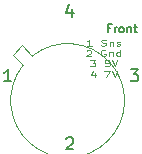
<source format=gto>
G04 #@! TF.GenerationSoftware,KiCad,Pcbnew,5.0.2+dfsg1-1~bpo9+1*
G04 #@! TF.CreationDate,2019-08-23T02:39:36-04:00*
G04 #@! TF.ProjectId,gassensorholder,67617373-656e-4736-9f72-686f6c646572,rev?*
G04 #@! TF.SameCoordinates,Original*
G04 #@! TF.FileFunction,Legend,Top*
G04 #@! TF.FilePolarity,Positive*
%FSLAX46Y46*%
G04 Gerber Fmt 4.6, Leading zero omitted, Abs format (unit mm)*
G04 Created by KiCad (PCBNEW 5.0.2+dfsg1-1~bpo9+1) date Fri 23 Aug 2019 02:39:36 AM EDT*
%MOMM*%
%LPD*%
G01*
G04 APERTURE LIST*
%ADD10C,0.125000*%
%ADD11C,0.152400*%
%ADD12C,0.120000*%
G04 APERTURE END LIST*
D10*
X117872000Y-63429690D02*
X117472000Y-63429690D01*
X117672000Y-63429690D02*
X117672000Y-62929690D01*
X117605333Y-63001119D01*
X117538666Y-63048738D01*
X117472000Y-63072547D01*
X118672000Y-63405880D02*
X118772000Y-63429690D01*
X118938666Y-63429690D01*
X119005333Y-63405880D01*
X119038666Y-63382071D01*
X119072000Y-63334452D01*
X119072000Y-63286833D01*
X119038666Y-63239214D01*
X119005333Y-63215404D01*
X118938666Y-63191595D01*
X118805333Y-63167785D01*
X118738666Y-63143976D01*
X118705333Y-63120166D01*
X118672000Y-63072547D01*
X118672000Y-63024928D01*
X118705333Y-62977309D01*
X118738666Y-62953500D01*
X118805333Y-62929690D01*
X118972000Y-62929690D01*
X119072000Y-62953500D01*
X119372000Y-63096357D02*
X119372000Y-63429690D01*
X119372000Y-63143976D02*
X119405333Y-63120166D01*
X119472000Y-63096357D01*
X119572000Y-63096357D01*
X119638666Y-63120166D01*
X119672000Y-63167785D01*
X119672000Y-63429690D01*
X119972000Y-63405880D02*
X120038666Y-63429690D01*
X120172000Y-63429690D01*
X120238666Y-63405880D01*
X120272000Y-63358261D01*
X120272000Y-63334452D01*
X120238666Y-63286833D01*
X120172000Y-63263023D01*
X120072000Y-63263023D01*
X120005333Y-63239214D01*
X119972000Y-63191595D01*
X119972000Y-63167785D01*
X120005333Y-63120166D01*
X120072000Y-63096357D01*
X120172000Y-63096357D01*
X120238666Y-63120166D01*
X117422000Y-63852309D02*
X117455333Y-63828500D01*
X117522000Y-63804690D01*
X117688666Y-63804690D01*
X117755333Y-63828500D01*
X117788666Y-63852309D01*
X117822000Y-63899928D01*
X117822000Y-63947547D01*
X117788666Y-64018976D01*
X117388666Y-64304690D01*
X117822000Y-64304690D01*
X119022000Y-63828500D02*
X118955333Y-63804690D01*
X118855333Y-63804690D01*
X118755333Y-63828500D01*
X118688666Y-63876119D01*
X118655333Y-63923738D01*
X118622000Y-64018976D01*
X118622000Y-64090404D01*
X118655333Y-64185642D01*
X118688666Y-64233261D01*
X118755333Y-64280880D01*
X118855333Y-64304690D01*
X118922000Y-64304690D01*
X119022000Y-64280880D01*
X119055333Y-64257071D01*
X119055333Y-64090404D01*
X118922000Y-64090404D01*
X119355333Y-63971357D02*
X119355333Y-64304690D01*
X119355333Y-64018976D02*
X119388666Y-63995166D01*
X119455333Y-63971357D01*
X119555333Y-63971357D01*
X119622000Y-63995166D01*
X119655333Y-64042785D01*
X119655333Y-64304690D01*
X120288666Y-64304690D02*
X120288666Y-63804690D01*
X120288666Y-64280880D02*
X120222000Y-64304690D01*
X120088666Y-64304690D01*
X120022000Y-64280880D01*
X119988666Y-64257071D01*
X119955333Y-64209452D01*
X119955333Y-64066595D01*
X119988666Y-64018976D01*
X120022000Y-63995166D01*
X120088666Y-63971357D01*
X120222000Y-63971357D01*
X120288666Y-63995166D01*
X117738666Y-64679690D02*
X118172000Y-64679690D01*
X117938666Y-64870166D01*
X118038666Y-64870166D01*
X118105333Y-64893976D01*
X118138666Y-64917785D01*
X118172000Y-64965404D01*
X118172000Y-65084452D01*
X118138666Y-65132071D01*
X118105333Y-65155880D01*
X118038666Y-65179690D01*
X117838666Y-65179690D01*
X117772000Y-65155880D01*
X117738666Y-65132071D01*
X119338666Y-64679690D02*
X119005333Y-64679690D01*
X118972000Y-64917785D01*
X119005333Y-64893976D01*
X119072000Y-64870166D01*
X119238666Y-64870166D01*
X119305333Y-64893976D01*
X119338666Y-64917785D01*
X119372000Y-64965404D01*
X119372000Y-65084452D01*
X119338666Y-65132071D01*
X119305333Y-65155880D01*
X119238666Y-65179690D01*
X119072000Y-65179690D01*
X119005333Y-65155880D01*
X118972000Y-65132071D01*
X119572000Y-64679690D02*
X119805333Y-65179690D01*
X120038666Y-64679690D01*
X118105333Y-65721357D02*
X118105333Y-66054690D01*
X117938666Y-65530880D02*
X117772000Y-65888023D01*
X118205333Y-65888023D01*
X118938666Y-65554690D02*
X119405333Y-65554690D01*
X119105333Y-66054690D01*
X119572000Y-65554690D02*
X119805333Y-66054690D01*
X120038666Y-65554690D01*
D11*
X119446000Y-61926000D02*
X119212666Y-61926000D01*
X119212666Y-62292666D02*
X119212666Y-61592666D01*
X119546000Y-61592666D01*
X119812666Y-62292666D02*
X119812666Y-61826000D01*
X119812666Y-61959333D02*
X119846000Y-61892666D01*
X119879333Y-61859333D01*
X119946000Y-61826000D01*
X120012666Y-61826000D01*
X120346000Y-62292666D02*
X120279333Y-62259333D01*
X120246000Y-62226000D01*
X120212666Y-62159333D01*
X120212666Y-61959333D01*
X120246000Y-61892666D01*
X120279333Y-61859333D01*
X120346000Y-61826000D01*
X120446000Y-61826000D01*
X120512666Y-61859333D01*
X120546000Y-61892666D01*
X120579333Y-61959333D01*
X120579333Y-62159333D01*
X120546000Y-62226000D01*
X120512666Y-62259333D01*
X120446000Y-62292666D01*
X120346000Y-62292666D01*
X120879333Y-61826000D02*
X120879333Y-62292666D01*
X120879333Y-61892666D02*
X120912666Y-61859333D01*
X120979333Y-61826000D01*
X121079333Y-61826000D01*
X121146000Y-61859333D01*
X121179333Y-61926000D01*
X121179333Y-62292666D01*
X121412666Y-61826000D02*
X121679333Y-61826000D01*
X121512666Y-61592666D02*
X121512666Y-62192666D01*
X121546000Y-62259333D01*
X121612666Y-62292666D01*
X121679333Y-62292666D01*
X116193523Y-60282285D02*
X116193523Y-60959619D01*
X115951619Y-59895238D02*
X115709714Y-60620952D01*
X116338666Y-60620952D01*
X121161333Y-65443619D02*
X121790285Y-65443619D01*
X121451619Y-65830666D01*
X121596761Y-65830666D01*
X121693523Y-65879047D01*
X121741904Y-65927428D01*
X121790285Y-66024190D01*
X121790285Y-66266095D01*
X121741904Y-66362857D01*
X121693523Y-66411238D01*
X121596761Y-66459619D01*
X121306476Y-66459619D01*
X121209714Y-66411238D01*
X121161333Y-66362857D01*
X115709714Y-71290380D02*
X115758095Y-71242000D01*
X115854857Y-71193619D01*
X116096761Y-71193619D01*
X116193523Y-71242000D01*
X116241904Y-71290380D01*
X116290285Y-71387142D01*
X116290285Y-71483904D01*
X116241904Y-71629047D01*
X115661333Y-72209619D01*
X116290285Y-72209619D01*
X111040285Y-66459619D02*
X110459714Y-66459619D01*
X110750000Y-66459619D02*
X110750000Y-65443619D01*
X110653238Y-65588761D01*
X110556476Y-65685523D01*
X110459714Y-65733904D01*
D12*
G04 #@! TO.C,P1*
X112826916Y-64297098D02*
X111935961Y-63406144D01*
X111935961Y-63406144D02*
X111158144Y-64183961D01*
X111158144Y-64183961D02*
X112049098Y-65074916D01*
X112049326Y-65074629D02*
G75*
G03X112826916Y-64297098I3774674J-2997371D01*
G01*
G04 #@! TD*
M02*

</source>
